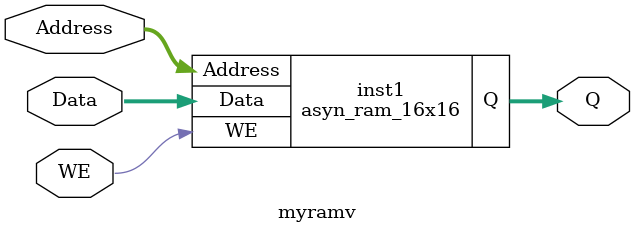
<source format=v>
`timescale 1ns / 1ns

module asyn_ram_16x16 (Q, Data,WE, Address); //synthesis black_box

input [15:0] Data;
input WE;
input [3:0] Address;
output [15:0] Q;
endmodule

module myramv(Q,Data,WE,Address);
input [15:0] Data;
input WE;
input [3:0] Address;
output [15:0] Q;

asyn_ram_16x16 inst1 (Q,Data,WE,Address);
endmodule

</source>
